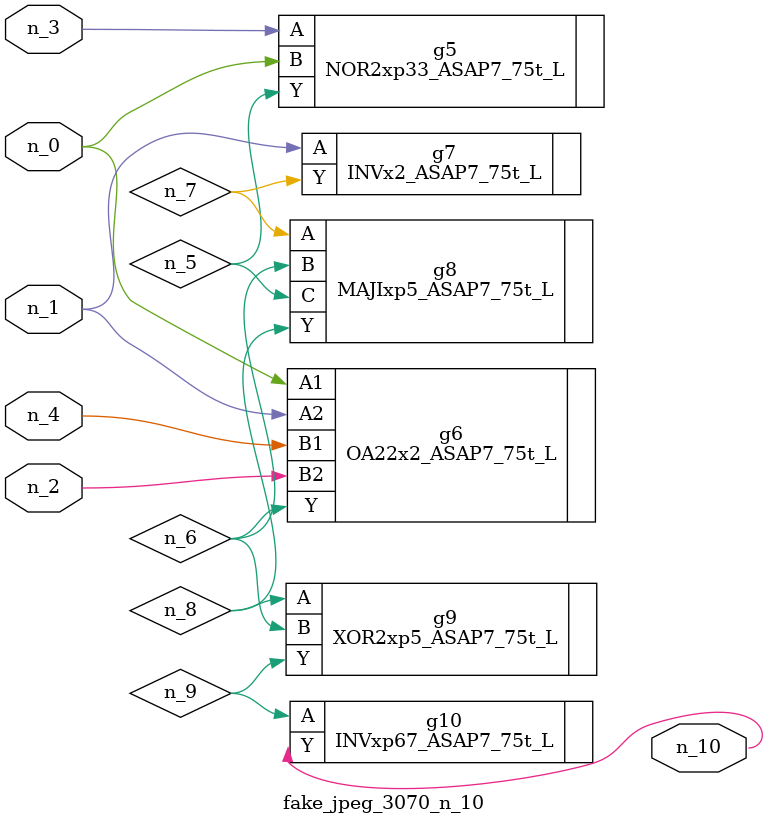
<source format=v>
module fake_jpeg_3070_n_10 (n_3, n_2, n_1, n_0, n_4, n_10);

input n_3;
input n_2;
input n_1;
input n_0;
input n_4;

output n_10;

wire n_8;
wire n_9;
wire n_6;
wire n_5;
wire n_7;

NOR2xp33_ASAP7_75t_L g5 ( 
.A(n_3),
.B(n_0),
.Y(n_5)
);

OA22x2_ASAP7_75t_L g6 ( 
.A1(n_0),
.A2(n_1),
.B1(n_4),
.B2(n_2),
.Y(n_6)
);

INVx2_ASAP7_75t_L g7 ( 
.A(n_1),
.Y(n_7)
);

MAJIxp5_ASAP7_75t_L g8 ( 
.A(n_7),
.B(n_6),
.C(n_5),
.Y(n_8)
);

XOR2xp5_ASAP7_75t_L g9 ( 
.A(n_8),
.B(n_6),
.Y(n_9)
);

INVxp67_ASAP7_75t_L g10 ( 
.A(n_9),
.Y(n_10)
);


endmodule
</source>
